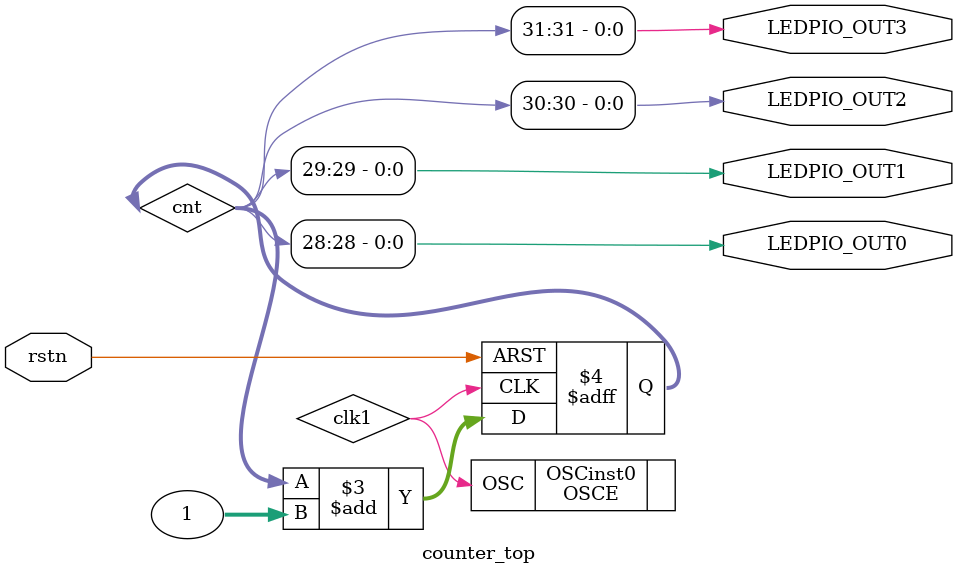
<source format=v>

module reveal_coretop (clk, reset_n, trigger_din, trigger_en, trace_din)  /* synthesis syn_hier="hard" */ ;
    ///////// PARAMETERS for IO port///////////////
    parameter NUM_CORES = 1 ; 
    parameter TOTAL_TRIGGER_DIN = 6 ; 
    parameter TOTAL_TRACE_DIN = 6 ; 
    ///////// IO port define //////////
    input [(NUM_CORES - 1):0] clk ; 
    input [(NUM_CORES - 1):0] reset_n ; 
    input [(TOTAL_TRIGGER_DIN - 1):0] trigger_din ; 
    input [(TOTAL_TRACE_DIN - 1):0] trace_din ; 
    // other io ports defines, including the triggered out signals
    input [0:0] trigger_en ; 
    /// wires for interconnection ///
    wire [(NUM_CORES - 1):0] trigger_out ; 
    wire [(NUM_CORES - 1):0] jtck ; 
    wire [(NUM_CORES - 1):0] jrstn ; 
    wire [(NUM_CORES - 1):0] jce2 ; 
    wire [(NUM_CORES - 1):0] jtdi ; 
    wire [(NUM_CORES - 1):0] er2_tdo ; 
    wire [(NUM_CORES - 1):0] jshift ; 
    wire [(NUM_CORES - 1):0] jupdate ; 
    wire [(NUM_CORES - 1):0] ip_enable ; 
    wire [5:0] trace_din_net ; 
    wire [5:0] trigger_din_net ; 
    assign trace_din_net[0] = trace_din[0] ; 
    assign trace_din_net[1] = trace_din[1] ; 
    assign trace_din_net[2] = trace_din[2] ; 
    assign trace_din_net[3] = trace_din[3] ; 
    assign trace_din_net[4] = trace_din[4] ; 
    assign trace_din_net[5] = trace_din[5] ; 
    assign trigger_din_net[0] = trigger_din[0] ; 
    assign trigger_din_net[1] = trigger_din[1] ; 
    assign trigger_din_net[2] = trigger_din[2] ; 
    assign trigger_din_net[3] = trigger_din[3] ; 
    assign trigger_din_net[4] = trigger_din[4] ; 
    assign trigger_din_net[5] = trigger_din[5] ; 
    ////// core instances //////
    counter_top_la0 counter_top_la0_inst_0 (.clk(clk[0]), .reset_n(reset_n[0]), .jtck(jtck[0]), .jrstn(jrstn[0]), .jce2(jce2[0]), .jtdi(jtdi[0]), .er2_tdo(er2_tdo[0]), .jshift(jshift[0]), .jupdate(jupdate[0]), .trigger_din_0(trigger_din_net[5:0]), .trace_din(trace_din_net[5:0]), .trigger_en(trigger_en[0]), .ip_enable(ip_enable[0])) /* synthesis syn_noprune=1 */  ; 
    jtagconn16 jtagconn16_inst_0 (.jtck(jtck[0]), .jtdi(jtdi[0]), .jshift(jshift[0]), .jupdate(jupdate[0]), .jrstn(jrstn[0]), .jce2(jce2[0]), .ip_enable(ip_enable[0]), .er2_tdo(er2_tdo[0])) /* synthesis JTAG_IP="REVEAL" IP_ID="0" HUB_ID="0" syn_noprune=1 */  ; 

//exemplar attribute jtagconn16_inst_0 JTAG_IP "REVEAL"
//exemplar attribute jtagconn16_inst_0 IP_ID "0"
//exemplar attribute jtagconn16_inst_0 HUB_ID "0"
endmodule



//Reveal ECP5 counter and trigger modules
module counter_top (
    input rstn, 
    output LEDPIO_OUT0, 
    output LEDPIO_OUT1, 
    output LEDPIO_OUT2, 
    output LEDPIO_OUT3) ;
    // LatticeECP5 internal oscillator generates platform clock
    wire clk1 ;  /* synthesis syn_keep=1 preserve_signal=1 RVL_DEBUG_core0_clock0="clk1_0" */ 
    reg [31:0] cnt ;  /* synthesis syn_keep=1 preserve_signal=1 RVL_DEBUG_core0_trace0="cnt_5" RVL_DEBUG_core0_trace1="cnt_4" RVL_DEBUG_core0_trace2="cnt_3" RVL_DEBUG_core0_trace3="cnt_2" RVL_DEBUG_core0_trace4="cnt_1" RVL_DEBUG_core0_trace5="cnt_0" RVL_DEBUG_core0_trigger0="cnt_5" RVL_DEBUG_core0_trigger1="cnt_4" RVL_DEBUG_core0_trigger2="cnt_3" RVL_DEBUG_core0_trigger3="cnt_2" RVL_DEBUG_core0_trigger4="cnt_1" RVL_DEBUG_core0_trigger5="cnt_0" */ 
    wire VCC ; 
    OSCE OSCinst0 (.OSC(clk1)) ; 
    defparam OSCinst0.NOM_FREQ = "54.0" ; 
    always
        @(posedge clk1 or negedge rstn)
        begin
            if ((!rstn)) 
                cnt = 0 ;
            else
                cnt = (cnt + 1) ;
        end
    assign LEDPIO_OUT0 = cnt[28] ; 
    assign LEDPIO_OUT1 = cnt[29] ; 
    assign LEDPIO_OUT2 = cnt[30] ; 
    assign LEDPIO_OUT3 = cnt[31] ; 
    VHI VHI_reset_u (.Z(VCC)) ; 
    reveal_coretop counter_top_reveal_coretop_instance (.clk({clk1}), .reset_n({VCC}), .trigger_din({cnt[5],cnt[4],cnt[3],cnt[2],cnt[1],cnt[0]}), .trigger_en({VCC}), .trace_din({cnt[5],cnt[4],cnt[3],cnt[2],cnt[1],cnt[0]})) /* synthesis syn_noprune=1 dont_touch=1 */  ; 
endmodule



</source>
